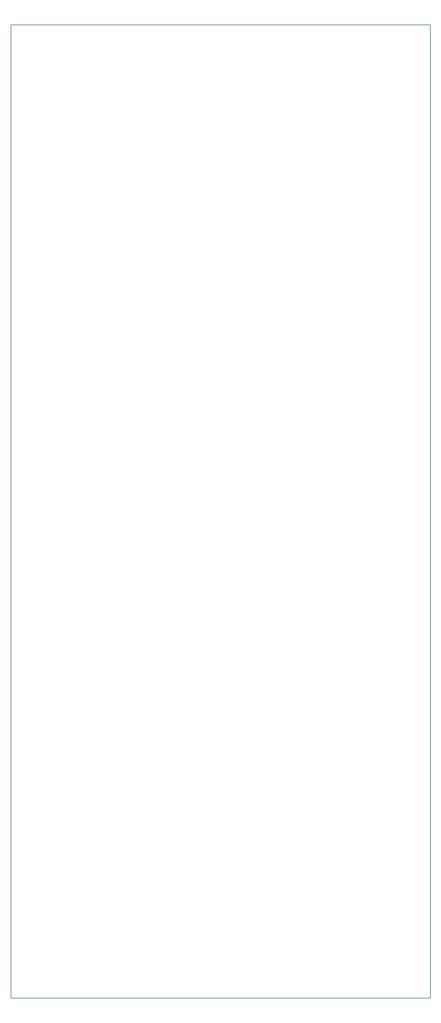
<source format=gbr>
%TF.GenerationSoftware,KiCad,Pcbnew,8.0.8*%
%TF.CreationDate,2025-05-07T18:07:23+01:00*%
%TF.ProjectId,OutputCompositeResistorSubcircuit2,4f757470-7574-4436-9f6d-706f73697465,rev?*%
%TF.SameCoordinates,Original*%
%TF.FileFunction,Profile,NP*%
%FSLAX46Y46*%
G04 Gerber Fmt 4.6, Leading zero omitted, Abs format (unit mm)*
G04 Created by KiCad (PCBNEW 8.0.8) date 2025-05-07 18:07:23*
%MOMM*%
%LPD*%
G01*
G04 APERTURE LIST*
%TA.AperFunction,Profile*%
%ADD10C,0.200000*%
%TD*%
G04 APERTURE END LIST*
D10*
X18250000Y-17500000D02*
X128250000Y-17500000D01*
X128250000Y-272500000D01*
X18250000Y-272500000D01*
X18250000Y-17500000D01*
M02*

</source>
